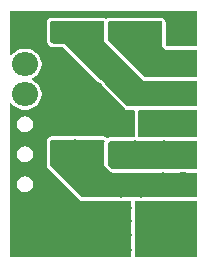
<source format=gbr>
%TF.GenerationSoftware,KiCad,Pcbnew,8.0.4*%
%TF.CreationDate,2024-09-08T19:35:35-03:00*%
%TF.ProjectId,PCBWay-Module_TA6586,50434257-6179-42d4-9d6f-64756c655f54,rev?*%
%TF.SameCoordinates,Original*%
%TF.FileFunction,Copper,L2,Bot*%
%TF.FilePolarity,Positive*%
%FSLAX46Y46*%
G04 Gerber Fmt 4.6, Leading zero omitted, Abs format (unit mm)*
G04 Created by KiCad (PCBNEW 8.0.4) date 2024-09-08 19:35:35*
%MOMM*%
%LPD*%
G01*
G04 APERTURE LIST*
G04 Aperture macros list*
%AMRoundRect*
0 Rectangle with rounded corners*
0 $1 Rounding radius*
0 $2 $3 $4 $5 $6 $7 $8 $9 X,Y pos of 4 corners*
0 Add a 4 corners polygon primitive as box body*
4,1,4,$2,$3,$4,$5,$6,$7,$8,$9,$2,$3,0*
0 Add four circle primitives for the rounded corners*
1,1,$1+$1,$2,$3*
1,1,$1+$1,$4,$5*
1,1,$1+$1,$6,$7*
1,1,$1+$1,$8,$9*
0 Add four rect primitives between the rounded corners*
20,1,$1+$1,$2,$3,$4,$5,0*
20,1,$1+$1,$4,$5,$6,$7,0*
20,1,$1+$1,$6,$7,$8,$9,0*
20,1,$1+$1,$8,$9,$2,$3,0*%
G04 Aperture macros list end*
%TA.AperFunction,ComponentPad*%
%ADD10RoundRect,0.250000X0.850000X0.750000X-0.850000X0.750000X-0.850000X-0.750000X0.850000X-0.750000X0*%
%TD*%
%TA.AperFunction,ComponentPad*%
%ADD11O,2.200000X2.000000*%
%TD*%
%TA.AperFunction,ViaPad*%
%ADD12C,0.800000*%
%TD*%
G04 APERTURE END LIST*
D10*
%TO.P,J1,1,Pin_1*%
%TO.N,GND*%
X140000000Y-69500000D03*
D11*
%TO.P,J1,2,Pin_2*%
%TO.N,/IN_B2*%
X140000000Y-72040000D03*
%TO.P,J1,3,Pin_3*%
%TO.N,/IN_B1*%
X140000000Y-74580000D03*
%TO.P,J1,7,Pin_7*%
%TO.N,GND*%
X140000000Y-84740000D03*
%TD*%
D10*
%TO.P,J2,1,Pin_1*%
%TO.N,GND*%
X153400000Y-69500000D03*
D11*
%TO.P,J2,2,Pin_2*%
%TO.N,/OUT_B1*%
X153400000Y-72040000D03*
%TO.P,J2,3,Pin_3*%
%TO.N,/OUT_B2*%
X153400000Y-74580000D03*
%TO.P,J2,4,Pin_4*%
%TO.N,/VM*%
X153400000Y-77120000D03*
%TO.P,J2,5,Pin_5*%
%TO.N,/OUT_A1*%
X153400000Y-79660000D03*
%TO.P,J2,6,Pin_6*%
%TO.N,/OUT_A2*%
X153400000Y-82200000D03*
%TO.P,J2,7,Pin_7*%
%TO.N,/VM*%
X153400000Y-84740000D03*
%TD*%
D12*
%TO.N,/OUT_B2*%
X151400000Y-73900000D03*
X148500000Y-74600000D03*
X145900000Y-71900000D03*
X147200000Y-73200000D03*
X145500000Y-69300000D03*
X143000000Y-69300000D03*
X144900000Y-71000000D03*
X144200000Y-70000000D03*
X150100000Y-73900000D03*
X151400000Y-75100000D03*
X144200000Y-68900000D03*
X150100000Y-75100000D03*
X148600000Y-73100000D03*
X146400000Y-70700000D03*
X147300000Y-71700000D03*
%TO.N,/OUT_B1*%
X150400000Y-70700000D03*
X149300000Y-68800000D03*
X151600000Y-71200000D03*
X150400000Y-72100000D03*
X149300000Y-70000000D03*
X149300000Y-71400000D03*
X151600000Y-72600000D03*
X148100000Y-69300000D03*
X148300000Y-70600000D03*
X150600000Y-69300000D03*
%TO.N,/OUT_A1*%
X151800000Y-80500000D03*
X151800000Y-78900000D03*
X149300000Y-80200000D03*
X148000000Y-79600000D03*
X149300000Y-78900000D03*
%TO.N,/OUT_A2*%
X148100000Y-82900000D03*
X149800000Y-82900000D03*
X145000000Y-82600000D03*
X146500000Y-82500000D03*
X150500000Y-81700000D03*
X144200000Y-80200000D03*
X145000000Y-81400000D03*
X151400000Y-82800000D03*
X143000000Y-79600000D03*
X145500000Y-79700000D03*
X151700000Y-81600000D03*
X144200000Y-78800000D03*
X143500000Y-81200000D03*
X147600000Y-81700000D03*
X146300000Y-81100000D03*
X149100000Y-81700000D03*
%TO.N,GND*%
X143300000Y-83000000D03*
X141100000Y-78000000D03*
X142700000Y-74100000D03*
X139500000Y-86400000D03*
X145800000Y-85200000D03*
X140500000Y-68100000D03*
X147200000Y-76200000D03*
X139300000Y-68100000D03*
X139500000Y-87600000D03*
X141450000Y-69850000D03*
X144800000Y-74400000D03*
X143600000Y-74800000D03*
X147000000Y-84200000D03*
X144100000Y-83800000D03*
X141500000Y-70950000D03*
X145300000Y-73300000D03*
X145900000Y-75300000D03*
X140900000Y-87600000D03*
X148600000Y-87800000D03*
X147100000Y-77700000D03*
X143800000Y-73400000D03*
X144400000Y-72450000D03*
X141850000Y-72000000D03*
X142400000Y-82200000D03*
X147000000Y-75000000D03*
X148600000Y-85300000D03*
X141350000Y-68800000D03*
X142700000Y-72800000D03*
X147000000Y-86500000D03*
X148600000Y-86500000D03*
X143550000Y-71650000D03*
X148060000Y-76900000D03*
X147000000Y-85300000D03*
X147800000Y-87100000D03*
X145000000Y-84300000D03*
X140900000Y-86400000D03*
X148600000Y-84200000D03*
X148900000Y-76300000D03*
X147000000Y-87800000D03*
X146150000Y-74000000D03*
X148900000Y-77800000D03*
X142650000Y-71050000D03*
%TO.N,/VM*%
X151800000Y-76400000D03*
X153700000Y-87700000D03*
X149900000Y-84300000D03*
X151300000Y-85600000D03*
X153700000Y-86500000D03*
X152300000Y-86500000D03*
X152300000Y-87700000D03*
X151300000Y-84300000D03*
X150600000Y-76900000D03*
X149900000Y-85600000D03*
X150600000Y-87200000D03*
X151800000Y-77600000D03*
%TD*%
%TA.AperFunction,Conductor*%
%TO.N,/VM*%
G36*
X154558691Y-83624407D02*
G01*
X154594655Y-83673907D01*
X154599500Y-83704500D01*
X154599500Y-88250500D01*
X154580593Y-88308691D01*
X154531093Y-88344655D01*
X154500500Y-88349500D01*
X149399000Y-88349500D01*
X149340809Y-88330593D01*
X149304845Y-88281093D01*
X149300000Y-88250500D01*
X149300000Y-87852477D01*
X149300722Y-87840543D01*
X149305645Y-87800000D01*
X149305645Y-87799998D01*
X149300722Y-87759455D01*
X149300000Y-87747522D01*
X149300000Y-86552477D01*
X149300722Y-86540543D01*
X149305645Y-86500000D01*
X149305645Y-86499998D01*
X149300722Y-86459455D01*
X149300000Y-86447522D01*
X149300000Y-85352477D01*
X149300722Y-85340543D01*
X149305645Y-85300000D01*
X149305645Y-85299998D01*
X149300722Y-85259455D01*
X149300000Y-85247522D01*
X149300000Y-84252477D01*
X149300722Y-84240543D01*
X149305645Y-84200000D01*
X149305645Y-84199998D01*
X149300722Y-84159455D01*
X149300000Y-84147522D01*
X149300000Y-83704500D01*
X149318907Y-83646309D01*
X149368407Y-83610345D01*
X149399000Y-83605500D01*
X154500500Y-83605500D01*
X154558691Y-83624407D01*
G37*
%TD.AperFunction*%
%TD*%
%TA.AperFunction,Conductor*%
%TO.N,/OUT_A1*%
G36*
X148813111Y-78500500D02*
G01*
X148814944Y-78500500D01*
X148986889Y-78500500D01*
X148995162Y-78500000D01*
X154500500Y-78500000D01*
X154558691Y-78518907D01*
X154594655Y-78568407D01*
X154599500Y-78599000D01*
X154599500Y-80801000D01*
X154580593Y-80859191D01*
X154531093Y-80895155D01*
X154500500Y-80900000D01*
X153612599Y-80900000D01*
X153604836Y-80899695D01*
X153602357Y-80899500D01*
X153602352Y-80899500D01*
X153197648Y-80899500D01*
X153197643Y-80899500D01*
X153195164Y-80899695D01*
X153187401Y-80900000D01*
X151795162Y-80900000D01*
X151786889Y-80899500D01*
X151785056Y-80899500D01*
X151614944Y-80899500D01*
X151613111Y-80899500D01*
X151604838Y-80900000D01*
X147441008Y-80900000D01*
X147382817Y-80881093D01*
X147371004Y-80871004D01*
X147028996Y-80528996D01*
X147001219Y-80474479D01*
X147000000Y-80458992D01*
X147000000Y-78741008D01*
X147018907Y-78682817D01*
X147028996Y-78671004D01*
X147171004Y-78528996D01*
X147225521Y-78501219D01*
X147241008Y-78500000D01*
X148804838Y-78500000D01*
X148813111Y-78500500D01*
G37*
%TD.AperFunction*%
%TD*%
%TA.AperFunction,Conductor*%
%TO.N,/OUT_B1*%
G36*
X151559191Y-68418907D02*
G01*
X151595155Y-68468407D01*
X151600000Y-68499000D01*
X151600000Y-70500000D01*
X151900000Y-70800000D01*
X152496809Y-70800000D01*
X152503933Y-70800426D01*
X152503940Y-70800323D01*
X152506895Y-70800499D01*
X152506898Y-70800500D01*
X152506901Y-70800500D01*
X154293099Y-70800500D01*
X154293102Y-70800500D01*
X154293104Y-70800499D01*
X154296060Y-70800323D01*
X154296066Y-70800426D01*
X154303191Y-70800000D01*
X154500500Y-70800000D01*
X154558691Y-70818907D01*
X154594655Y-70868407D01*
X154599500Y-70899000D01*
X154599500Y-73045500D01*
X154580593Y-73103691D01*
X154531093Y-73139655D01*
X154500500Y-73144500D01*
X150235508Y-73144500D01*
X150177317Y-73125593D01*
X150165504Y-73115504D01*
X147078996Y-70028996D01*
X147051219Y-69974479D01*
X147050000Y-69958992D01*
X147050000Y-68499000D01*
X147068907Y-68440809D01*
X147118407Y-68404845D01*
X147149000Y-68400000D01*
X151501000Y-68400000D01*
X151559191Y-68418907D01*
G37*
%TD.AperFunction*%
%TD*%
%TA.AperFunction,Conductor*%
%TO.N,/OUT_B2*%
G36*
X146659191Y-68418907D02*
G01*
X146695155Y-68468407D01*
X146700000Y-68499000D01*
X146700000Y-70100000D01*
X150050000Y-73450000D01*
X154500500Y-73450000D01*
X154558691Y-73468907D01*
X154594655Y-73518407D01*
X154599500Y-73549000D01*
X154599500Y-75501000D01*
X154580593Y-75559191D01*
X154531093Y-75595155D01*
X154500500Y-75600000D01*
X148995162Y-75600000D01*
X148986889Y-75599500D01*
X148985056Y-75599500D01*
X148814944Y-75599500D01*
X148813111Y-75599500D01*
X148804838Y-75600000D01*
X148741008Y-75600000D01*
X148682817Y-75581093D01*
X148671004Y-75571004D01*
X146787301Y-73687301D01*
X146775830Y-73673536D01*
X146689868Y-73549000D01*
X146678183Y-73532071D01*
X146662759Y-73518407D01*
X146550852Y-73419266D01*
X146550851Y-73419265D01*
X146497719Y-73391379D01*
X146473723Y-73373723D01*
X143400000Y-70300000D01*
X143399999Y-70300000D01*
X142391008Y-70300000D01*
X142332817Y-70281093D01*
X142321004Y-70271004D01*
X142178996Y-70128996D01*
X142151219Y-70074479D01*
X142150000Y-70058992D01*
X142150000Y-69902477D01*
X142150722Y-69890543D01*
X142155645Y-69850000D01*
X142155645Y-69849998D01*
X142150722Y-69809455D01*
X142150000Y-69797522D01*
X142150000Y-68499000D01*
X142168907Y-68440809D01*
X142218407Y-68404845D01*
X142249000Y-68400000D01*
X146601000Y-68400000D01*
X146659191Y-68418907D01*
G37*
%TD.AperFunction*%
%TD*%
%TA.AperFunction,Conductor*%
%TO.N,/VM*%
G36*
X154558691Y-75924407D02*
G01*
X154594655Y-75973907D01*
X154599500Y-76004500D01*
X154599500Y-78095500D01*
X154580593Y-78153691D01*
X154531093Y-78189655D01*
X154500500Y-78194500D01*
X149699000Y-78194500D01*
X149640809Y-78175593D01*
X149604845Y-78126093D01*
X149600000Y-78095500D01*
X149600000Y-77852477D01*
X149600722Y-77840543D01*
X149605645Y-77800000D01*
X149605645Y-77799998D01*
X149600722Y-77759455D01*
X149600000Y-77747522D01*
X149600000Y-76352477D01*
X149600722Y-76340543D01*
X149605645Y-76300000D01*
X149605645Y-76299998D01*
X149600722Y-76259455D01*
X149600000Y-76247522D01*
X149600000Y-76004500D01*
X149618907Y-75946309D01*
X149668407Y-75910345D01*
X149699000Y-75905500D01*
X154500500Y-75905500D01*
X154558691Y-75924407D01*
G37*
%TD.AperFunction*%
%TD*%
%TA.AperFunction,Conductor*%
%TO.N,/OUT_A2*%
G36*
X146695734Y-78468907D02*
G01*
X146731698Y-78518407D01*
X146731698Y-78579593D01*
X146728474Y-78588148D01*
X146728357Y-78588419D01*
X146709451Y-78646603D01*
X146694500Y-78741004D01*
X146694500Y-80458981D01*
X146695442Y-80482969D01*
X146696664Y-80498494D01*
X146697294Y-80505472D01*
X146727784Y-80608992D01*
X146729015Y-80613170D01*
X146756792Y-80667687D01*
X146782662Y-80703294D01*
X146812970Y-80745011D01*
X146812972Y-80745013D01*
X146812975Y-80745017D01*
X147154983Y-81087025D01*
X147172601Y-81103311D01*
X147184414Y-81113400D01*
X147189831Y-81117919D01*
X147189837Y-81117922D01*
X147189842Y-81117926D01*
X147288409Y-81171639D01*
X147288411Y-81171640D01*
X147346604Y-81190548D01*
X147346601Y-81190548D01*
X147441005Y-81205500D01*
X147441008Y-81205500D01*
X151604838Y-81205500D01*
X151612661Y-81205264D01*
X151619920Y-81205044D01*
X151622905Y-81205000D01*
X151777095Y-81205000D01*
X151780079Y-81205044D01*
X151795162Y-81205500D01*
X153187396Y-81205500D01*
X153187401Y-81205500D01*
X153199395Y-81205264D01*
X153204180Y-81205076D01*
X153208066Y-81205000D01*
X153591934Y-81205000D01*
X153595820Y-81205076D01*
X153600605Y-81205264D01*
X153612599Y-81205500D01*
X153612604Y-81205500D01*
X154500500Y-81205500D01*
X154558691Y-81224407D01*
X154594655Y-81273907D01*
X154599500Y-81304500D01*
X154599500Y-83201000D01*
X154580593Y-83259191D01*
X154531093Y-83295155D01*
X154500500Y-83300000D01*
X144841008Y-83300000D01*
X144782817Y-83281093D01*
X144771004Y-83271004D01*
X142178996Y-80678996D01*
X142151219Y-80624479D01*
X142150000Y-80608992D01*
X142150000Y-78549000D01*
X142168907Y-78490809D01*
X142218407Y-78454845D01*
X142249000Y-78450000D01*
X146637543Y-78450000D01*
X146695734Y-78468907D01*
G37*
%TD.AperFunction*%
%TD*%
%TA.AperFunction,Conductor*%
%TO.N,GND*%
G36*
X154558691Y-67569407D02*
G01*
X154594655Y-67618907D01*
X154599500Y-67649500D01*
X154599500Y-70395500D01*
X154580593Y-70453691D01*
X154531093Y-70489655D01*
X154500500Y-70494500D01*
X154303191Y-70494500D01*
X154288127Y-70494950D01*
X154287935Y-70494956D01*
X154284978Y-70495000D01*
X152515023Y-70495000D01*
X152512067Y-70494956D01*
X152496809Y-70494500D01*
X152496804Y-70494500D01*
X152067550Y-70494500D01*
X152009359Y-70475593D01*
X151997546Y-70465504D01*
X151934496Y-70402454D01*
X151906719Y-70347937D01*
X151905500Y-70332450D01*
X151905500Y-68499006D01*
X151905500Y-68499000D01*
X151901739Y-68451214D01*
X151896894Y-68420621D01*
X151890487Y-68390246D01*
X151842309Y-68288838D01*
X151842304Y-68288831D01*
X151806348Y-68239342D01*
X151806347Y-68239341D01*
X151806345Y-68239338D01*
X151752177Y-68182081D01*
X151752176Y-68182080D01*
X151752175Y-68182079D01*
X151653598Y-68128360D01*
X151653596Y-68128359D01*
X151595403Y-68109451D01*
X151595406Y-68109451D01*
X151501003Y-68094500D01*
X151501000Y-68094500D01*
X147149000Y-68094500D01*
X147101214Y-68098261D01*
X147084800Y-68100860D01*
X147070619Y-68103106D01*
X147070614Y-68103106D01*
X147040247Y-68109512D01*
X147040242Y-68109514D01*
X146938841Y-68157689D01*
X146938829Y-68157696D01*
X146933130Y-68161837D01*
X146874939Y-68180742D01*
X146827571Y-68168672D01*
X146797013Y-68152020D01*
X146753595Y-68128359D01*
X146695403Y-68109451D01*
X146695406Y-68109451D01*
X146601003Y-68094500D01*
X146601000Y-68094500D01*
X142249000Y-68094500D01*
X142201214Y-68098261D01*
X142184800Y-68100860D01*
X142170619Y-68103106D01*
X142170614Y-68103106D01*
X142140247Y-68109512D01*
X142140242Y-68109514D01*
X142038841Y-68157689D01*
X142038831Y-68157695D01*
X141989342Y-68193651D01*
X141932079Y-68247824D01*
X141878360Y-68346401D01*
X141878359Y-68346403D01*
X141859451Y-68404595D01*
X141844500Y-68498996D01*
X141844500Y-69797516D01*
X141845058Y-69815981D01*
X141845780Y-69827908D01*
X141846973Y-69841044D01*
X141846973Y-69858952D01*
X141845780Y-69872084D01*
X141845058Y-69884018D01*
X141844500Y-69902482D01*
X141844500Y-70058981D01*
X141845442Y-70082969D01*
X141846664Y-70098494D01*
X141847294Y-70105472D01*
X141879015Y-70213170D01*
X141906792Y-70267687D01*
X141932662Y-70303294D01*
X141962970Y-70345011D01*
X141962972Y-70345013D01*
X141962975Y-70345017D01*
X142104983Y-70487025D01*
X142122601Y-70503311D01*
X142134414Y-70513400D01*
X142139831Y-70517919D01*
X142139837Y-70517922D01*
X142139842Y-70517926D01*
X142238409Y-70571639D01*
X142238411Y-70571640D01*
X142296604Y-70590548D01*
X142296601Y-70590548D01*
X142391005Y-70605500D01*
X142391008Y-70605500D01*
X143232450Y-70605500D01*
X143290641Y-70624407D01*
X143302454Y-70634496D01*
X146257705Y-73589747D01*
X146292666Y-73619789D01*
X146292676Y-73619796D01*
X146316653Y-73637439D01*
X146316660Y-73637443D01*
X146316665Y-73637447D01*
X146355745Y-73661885D01*
X146365387Y-73666945D01*
X146385024Y-73680499D01*
X146411932Y-73704337D01*
X146438836Y-73728173D01*
X146454661Y-73746036D01*
X146524402Y-73847071D01*
X146524409Y-73847081D01*
X146532653Y-73857938D01*
X146541128Y-73869099D01*
X146541138Y-73869111D01*
X146541140Y-73869114D01*
X146552611Y-73882879D01*
X146571280Y-73903322D01*
X148454983Y-75787025D01*
X148472601Y-75803311D01*
X148484414Y-75813400D01*
X148489831Y-75817919D01*
X148489837Y-75817922D01*
X148489842Y-75817926D01*
X148588409Y-75871639D01*
X148588411Y-75871640D01*
X148646604Y-75890548D01*
X148646601Y-75890548D01*
X148741005Y-75905500D01*
X148741008Y-75905500D01*
X148804838Y-75905500D01*
X148819920Y-75905045D01*
X148822905Y-75905000D01*
X148977095Y-75905000D01*
X148980079Y-75905044D01*
X148995162Y-75905500D01*
X149195500Y-75905500D01*
X149253691Y-75924407D01*
X149289655Y-75973907D01*
X149294500Y-76004500D01*
X149294500Y-76247516D01*
X149295058Y-76265981D01*
X149295780Y-76277908D01*
X149296973Y-76291044D01*
X149296973Y-76308952D01*
X149295780Y-76322084D01*
X149295058Y-76334018D01*
X149294500Y-76352482D01*
X149294500Y-77747516D01*
X149295058Y-77765981D01*
X149295780Y-77777908D01*
X149296973Y-77791044D01*
X149296973Y-77808952D01*
X149295780Y-77822084D01*
X149295058Y-77834018D01*
X149294500Y-77852482D01*
X149294500Y-78095500D01*
X149275593Y-78153691D01*
X149226093Y-78189655D01*
X149195500Y-78194500D01*
X148995162Y-78194500D01*
X148980080Y-78194955D01*
X148977095Y-78195000D01*
X148822905Y-78195000D01*
X148819920Y-78194955D01*
X148804838Y-78194500D01*
X147241008Y-78194500D01*
X147226025Y-78195088D01*
X147217030Y-78195442D01*
X147201505Y-78196664D01*
X147194527Y-78197294D01*
X147086829Y-78229015D01*
X147032310Y-78256793D01*
X147031405Y-78257451D01*
X147031047Y-78257567D01*
X147028991Y-78258827D01*
X147028688Y-78258333D01*
X146973211Y-78276350D01*
X146915023Y-78257435D01*
X146901309Y-78245387D01*
X146888721Y-78232082D01*
X146888718Y-78232079D01*
X146790141Y-78178360D01*
X146790139Y-78178359D01*
X146731946Y-78159451D01*
X146731949Y-78159451D01*
X146637546Y-78144500D01*
X146637543Y-78144500D01*
X144479650Y-78144500D01*
X144455958Y-78141623D01*
X144285058Y-78099500D01*
X144285056Y-78099500D01*
X144114944Y-78099500D01*
X144114941Y-78099500D01*
X143944042Y-78141623D01*
X143920350Y-78144500D01*
X142249000Y-78144500D01*
X142201214Y-78148261D01*
X142184800Y-78150860D01*
X142170619Y-78153106D01*
X142170614Y-78153106D01*
X142140247Y-78159512D01*
X142140242Y-78159514D01*
X142038841Y-78207689D01*
X142038831Y-78207695D01*
X141989342Y-78243651D01*
X141932079Y-78297824D01*
X141878360Y-78396401D01*
X141878359Y-78396403D01*
X141859451Y-78454595D01*
X141844500Y-78548996D01*
X141844500Y-80608981D01*
X141845442Y-80632969D01*
X141846664Y-80648494D01*
X141847294Y-80655472D01*
X141879015Y-80763170D01*
X141906792Y-80817687D01*
X141932662Y-80853294D01*
X141962970Y-80895011D01*
X141962972Y-80895013D01*
X141962975Y-80895017D01*
X144554983Y-83487025D01*
X144572601Y-83503311D01*
X144584414Y-83513400D01*
X144589831Y-83517919D01*
X144589837Y-83517922D01*
X144589842Y-83517926D01*
X144688409Y-83571639D01*
X144688411Y-83571640D01*
X144746604Y-83590548D01*
X144746601Y-83590548D01*
X144841005Y-83605500D01*
X144841008Y-83605500D01*
X148895500Y-83605500D01*
X148953691Y-83624407D01*
X148989655Y-83673907D01*
X148994500Y-83704500D01*
X148994500Y-84147516D01*
X148995058Y-84165981D01*
X148995780Y-84177908D01*
X148996973Y-84191044D01*
X148996973Y-84208952D01*
X148995780Y-84222084D01*
X148995058Y-84234018D01*
X148994500Y-84252482D01*
X148994500Y-85247516D01*
X148995058Y-85265981D01*
X148995780Y-85277908D01*
X148996973Y-85291044D01*
X148996973Y-85308952D01*
X148995780Y-85322084D01*
X148995058Y-85334018D01*
X148994500Y-85352482D01*
X148994500Y-86447516D01*
X148995058Y-86465981D01*
X148995780Y-86477908D01*
X148996973Y-86491044D01*
X148996973Y-86508952D01*
X148995780Y-86522084D01*
X148995058Y-86534018D01*
X148994500Y-86552482D01*
X148994500Y-87747516D01*
X148995058Y-87765981D01*
X148995780Y-87777908D01*
X148996973Y-87791044D01*
X148996973Y-87808952D01*
X148995780Y-87822084D01*
X148995058Y-87834018D01*
X148994500Y-87852482D01*
X148994500Y-88250500D01*
X148975593Y-88308691D01*
X148926093Y-88344655D01*
X148895500Y-88349500D01*
X138799500Y-88349500D01*
X138741309Y-88330593D01*
X138705345Y-88281093D01*
X138700500Y-88250500D01*
X138700500Y-82132875D01*
X139318500Y-82132875D01*
X139318500Y-82267124D01*
X139344690Y-82398785D01*
X139344690Y-82398787D01*
X139396060Y-82522806D01*
X139396066Y-82522817D01*
X139440934Y-82589965D01*
X139470645Y-82634431D01*
X139565569Y-82729355D01*
X139632114Y-82773819D01*
X139677182Y-82803933D01*
X139677193Y-82803939D01*
X139723005Y-82822914D01*
X139801214Y-82855310D01*
X139932878Y-82881500D01*
X139932879Y-82881500D01*
X140067121Y-82881500D01*
X140067122Y-82881500D01*
X140198786Y-82855310D01*
X140322811Y-82803937D01*
X140434431Y-82729355D01*
X140529355Y-82634431D01*
X140603937Y-82522811D01*
X140655310Y-82398786D01*
X140681500Y-82267122D01*
X140681500Y-82132878D01*
X140655310Y-82001214D01*
X140603937Y-81877189D01*
X140603936Y-81877187D01*
X140603933Y-81877182D01*
X140573819Y-81832114D01*
X140529355Y-81765569D01*
X140434431Y-81670645D01*
X140389965Y-81640934D01*
X140322817Y-81596066D01*
X140322806Y-81596060D01*
X140198786Y-81544690D01*
X140067124Y-81518500D01*
X140067122Y-81518500D01*
X139932878Y-81518500D01*
X139932875Y-81518500D01*
X139801214Y-81544690D01*
X139801212Y-81544690D01*
X139677193Y-81596060D01*
X139677182Y-81596066D01*
X139565569Y-81670645D01*
X139565565Y-81670648D01*
X139470648Y-81765565D01*
X139470645Y-81765569D01*
X139396066Y-81877182D01*
X139396060Y-81877193D01*
X139344690Y-82001212D01*
X139344690Y-82001214D01*
X139318500Y-82132875D01*
X138700500Y-82132875D01*
X138700500Y-79592875D01*
X139318500Y-79592875D01*
X139318500Y-79727124D01*
X139344690Y-79858785D01*
X139344690Y-79858787D01*
X139396060Y-79982806D01*
X139396066Y-79982817D01*
X139440934Y-80049965D01*
X139470645Y-80094431D01*
X139565569Y-80189355D01*
X139632114Y-80233819D01*
X139677182Y-80263933D01*
X139677193Y-80263939D01*
X139723005Y-80282914D01*
X139801214Y-80315310D01*
X139932878Y-80341500D01*
X139932879Y-80341500D01*
X140067121Y-80341500D01*
X140067122Y-80341500D01*
X140198786Y-80315310D01*
X140322811Y-80263937D01*
X140434431Y-80189355D01*
X140529355Y-80094431D01*
X140603937Y-79982811D01*
X140655310Y-79858786D01*
X140681500Y-79727122D01*
X140681500Y-79592878D01*
X140655310Y-79461214D01*
X140603937Y-79337189D01*
X140603936Y-79337187D01*
X140603933Y-79337182D01*
X140573819Y-79292114D01*
X140529355Y-79225569D01*
X140434431Y-79130645D01*
X140389965Y-79100934D01*
X140322817Y-79056066D01*
X140322806Y-79056060D01*
X140198786Y-79004690D01*
X140067124Y-78978500D01*
X140067122Y-78978500D01*
X139932878Y-78978500D01*
X139932875Y-78978500D01*
X139801214Y-79004690D01*
X139801212Y-79004690D01*
X139677193Y-79056060D01*
X139677182Y-79056066D01*
X139565569Y-79130645D01*
X139565565Y-79130648D01*
X139470648Y-79225565D01*
X139470645Y-79225569D01*
X139396066Y-79337182D01*
X139396060Y-79337193D01*
X139344690Y-79461212D01*
X139344690Y-79461214D01*
X139318500Y-79592875D01*
X138700500Y-79592875D01*
X138700500Y-77052875D01*
X139318500Y-77052875D01*
X139318500Y-77187124D01*
X139344690Y-77318785D01*
X139344690Y-77318787D01*
X139396060Y-77442806D01*
X139396066Y-77442817D01*
X139440934Y-77509965D01*
X139470645Y-77554431D01*
X139565569Y-77649355D01*
X139632114Y-77693819D01*
X139677182Y-77723933D01*
X139677193Y-77723939D01*
X139723005Y-77742914D01*
X139801214Y-77775310D01*
X139932878Y-77801500D01*
X139932879Y-77801500D01*
X140067121Y-77801500D01*
X140067122Y-77801500D01*
X140198786Y-77775310D01*
X140322811Y-77723937D01*
X140434431Y-77649355D01*
X140529355Y-77554431D01*
X140603937Y-77442811D01*
X140655310Y-77318786D01*
X140681500Y-77187122D01*
X140681500Y-77052878D01*
X140655310Y-76921214D01*
X140603937Y-76797189D01*
X140603936Y-76797187D01*
X140603933Y-76797182D01*
X140573819Y-76752114D01*
X140529355Y-76685569D01*
X140434431Y-76590645D01*
X140389965Y-76560934D01*
X140322817Y-76516066D01*
X140322806Y-76516060D01*
X140198786Y-76464690D01*
X140067124Y-76438500D01*
X140067122Y-76438500D01*
X139932878Y-76438500D01*
X139932875Y-76438500D01*
X139801214Y-76464690D01*
X139801212Y-76464690D01*
X139677193Y-76516060D01*
X139677182Y-76516066D01*
X139565569Y-76590645D01*
X139565565Y-76590648D01*
X139470648Y-76685565D01*
X139470645Y-76685569D01*
X139396066Y-76797182D01*
X139396060Y-76797193D01*
X139344690Y-76921212D01*
X139344690Y-76921214D01*
X139318500Y-77052875D01*
X138700500Y-77052875D01*
X138700500Y-75446263D01*
X138719407Y-75388072D01*
X138768907Y-75352108D01*
X138830093Y-75352108D01*
X138879591Y-75388070D01*
X138879593Y-75388073D01*
X138908029Y-75427213D01*
X138908031Y-75427215D01*
X138908034Y-75427219D01*
X139052781Y-75571966D01*
X139052784Y-75571968D01*
X139052786Y-75571970D01*
X139218386Y-75692285D01*
X139218390Y-75692287D01*
X139400781Y-75785220D01*
X139595466Y-75848477D01*
X139595467Y-75848477D01*
X139595470Y-75848478D01*
X139797645Y-75880500D01*
X139797648Y-75880500D01*
X140202355Y-75880500D01*
X140404529Y-75848478D01*
X140404530Y-75848477D01*
X140404534Y-75848477D01*
X140599219Y-75785220D01*
X140781610Y-75692287D01*
X140947219Y-75571966D01*
X141091966Y-75427219D01*
X141212287Y-75261610D01*
X141305220Y-75079219D01*
X141368477Y-74884534D01*
X141400500Y-74682352D01*
X141400500Y-74477648D01*
X141400500Y-74477644D01*
X141368478Y-74275470D01*
X141368477Y-74275466D01*
X141305220Y-74080781D01*
X141212287Y-73898390D01*
X141212285Y-73898386D01*
X141091970Y-73732786D01*
X141091967Y-73732783D01*
X141091966Y-73732781D01*
X140947219Y-73588034D01*
X140947215Y-73588031D01*
X140947213Y-73588029D01*
X140781613Y-73467714D01*
X140781609Y-73467712D01*
X140710847Y-73431657D01*
X140645201Y-73398209D01*
X140601937Y-73354945D01*
X140592366Y-73294513D01*
X140620143Y-73239997D01*
X140645199Y-73221791D01*
X140781610Y-73152287D01*
X140947219Y-73031966D01*
X141091966Y-72887219D01*
X141212287Y-72721610D01*
X141305220Y-72539219D01*
X141368477Y-72344534D01*
X141400500Y-72142352D01*
X141400500Y-71937648D01*
X141400500Y-71937644D01*
X141368478Y-71735470D01*
X141368477Y-71735466D01*
X141305220Y-71540781D01*
X141212287Y-71358390D01*
X141212285Y-71358386D01*
X141091970Y-71192786D01*
X141091967Y-71192783D01*
X141091966Y-71192781D01*
X140947219Y-71048034D01*
X140947215Y-71048031D01*
X140947213Y-71048029D01*
X140781613Y-70927714D01*
X140781609Y-70927712D01*
X140599219Y-70834780D01*
X140404529Y-70771521D01*
X140202355Y-70739500D01*
X140202352Y-70739500D01*
X139797648Y-70739500D01*
X139797645Y-70739500D01*
X139595470Y-70771521D01*
X139400780Y-70834780D01*
X139218390Y-70927712D01*
X139218386Y-70927714D01*
X139052786Y-71048029D01*
X138908032Y-71192783D01*
X138879593Y-71231927D01*
X138830093Y-71267891D01*
X138768907Y-71267891D01*
X138719407Y-71231927D01*
X138700500Y-71173736D01*
X138700500Y-67649500D01*
X138719407Y-67591309D01*
X138768907Y-67555345D01*
X138799500Y-67550500D01*
X154500500Y-67550500D01*
X154558691Y-67569407D01*
G37*
%TD.AperFunction*%
%TD*%
M02*

</source>
